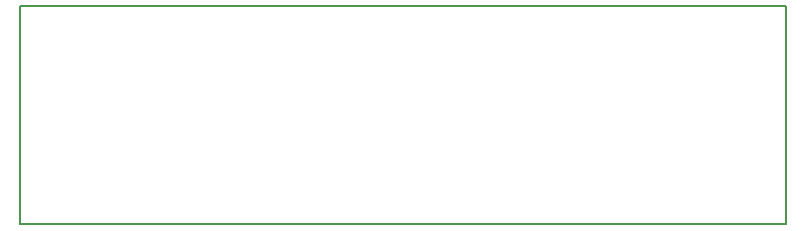
<source format=gko>
G04 Layer_Color=16711935*
%FSLAX44Y44*%
%MOMM*%
G71*
G01*
G75*
%ADD49C,0.2000*%
D49*
X0Y0D02*
X648462D01*
Y184658D01*
X0D02*
X648462D01*
X0Y0D02*
Y184658D01*
M02*

</source>
